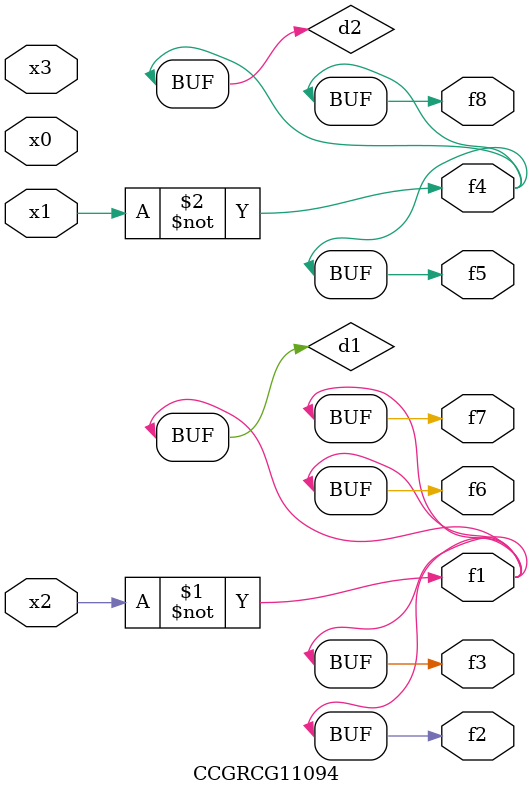
<source format=v>
module CCGRCG11094(
	input x0, x1, x2, x3,
	output f1, f2, f3, f4, f5, f6, f7, f8
);

	wire d1, d2;

	xnor (d1, x2);
	not (d2, x1);
	assign f1 = d1;
	assign f2 = d1;
	assign f3 = d1;
	assign f4 = d2;
	assign f5 = d2;
	assign f6 = d1;
	assign f7 = d1;
	assign f8 = d2;
endmodule

</source>
